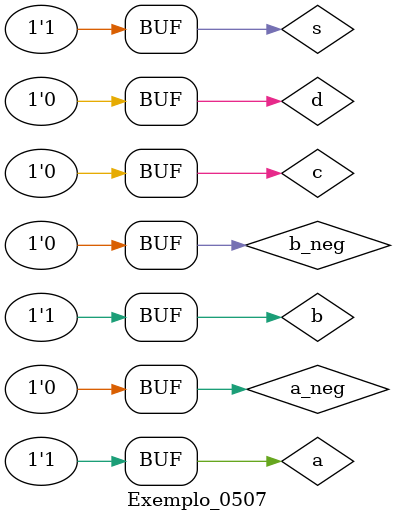
<source format=v>

module Exemplo_0507();

//-------------------- definir dados
reg a;
reg b;
wire a_neg, b_neg, c, d, s; 

//----------------------- definir 5 instancias para nand
nor U1( a_neg, a, a );
nor U2( b_neg, b, b );
nor U3( c, a_neg, b );
nor U4( d, b_neg, a );
nor U5( s, c, d  );

//---------------------- parte principal
initial 
begin : main 
   $display("Exemplo_0507 - Matheus Santos Rosa Carneiro - 613414");
   $display("Test module 507");
   // projetar testes no modulo
   $monitor("a = %4b b = %4b s = %4b", a, b, s); 

   a = 1'b0; b = 1'b0;
#1 a = 1'b0; b = 1'b1;
#1 a = 1'b1; b = 1'b0;
#1 a = 1'b1; b = 1'b1;

end

endmodule // Exemplo_0507()  

</source>
